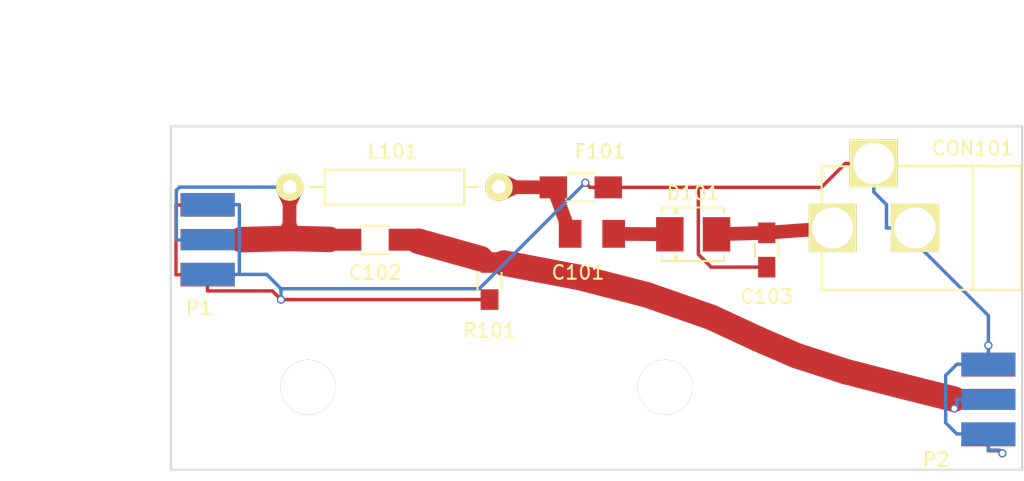
<source format=kicad_pcb>
(kicad_pcb (version 20171130) (host pcbnew "(5.1.12)-1")

  (general
    (thickness 1.6)
    (drawings 7)
    (tracks 114)
    (zones 0)
    (modules 14)
    (nets 7)
  )

  (page A4)
  (layers
    (0 F.Cu signal)
    (31 B.Cu signal)
    (32 B.Adhes user)
    (33 F.Adhes user hide)
    (34 B.Paste user)
    (35 F.Paste user)
    (36 B.SilkS user)
    (37 F.SilkS user)
    (38 B.Mask user)
    (39 F.Mask user)
    (40 Dwgs.User user)
    (41 Cmts.User user)
    (42 Eco1.User user)
    (43 Eco2.User user)
    (44 Edge.Cuts user)
    (45 Margin user)
    (46 B.CrtYd user)
    (47 F.CrtYd user)
    (48 B.Fab user)
    (49 F.Fab user)
  )

  (setup
    (last_trace_width 0.25)
    (trace_clearance 0.2)
    (zone_clearance 1)
    (zone_45_only no)
    (trace_min 0.2)
    (via_size 0.6)
    (via_drill 0.4)
    (via_min_size 0.4)
    (via_min_drill 0.3)
    (uvia_size 0.3)
    (uvia_drill 0.1)
    (uvias_allowed no)
    (uvia_min_size 0.2)
    (uvia_min_drill 0.1)
    (edge_width 0.15)
    (segment_width 0.2)
    (pcb_text_width 0.3)
    (pcb_text_size 1.5 1.5)
    (mod_edge_width 0.15)
    (mod_text_size 1 1)
    (mod_text_width 0.15)
    (pad_size 3.50012 3.50012)
    (pad_drill 2.99974)
    (pad_to_mask_clearance 0.2)
    (aux_axis_origin 0 0)
    (visible_elements 7FFFFFFF)
    (pcbplotparams
      (layerselection 0x010f0_80000001)
      (usegerberextensions false)
      (usegerberattributes true)
      (usegerberadvancedattributes true)
      (creategerberjobfile true)
      (excludeedgelayer true)
      (linewidth 0.100000)
      (plotframeref false)
      (viasonmask false)
      (mode 1)
      (useauxorigin false)
      (hpglpennumber 1)
      (hpglpenspeed 20)
      (hpglpendiameter 15.000000)
      (psnegative false)
      (psa4output false)
      (plotreference true)
      (plotvalue true)
      (plotinvisibletext false)
      (padsonsilk false)
      (subtractmaskfromsilk false)
      (outputformat 1)
      (mirror false)
      (drillshape 0)
      (scaleselection 1)
      (outputdirectory "gerber/"))
  )

  (net 0 "")
  (net 1 GND)
  (net 2 "Net-(C101-Pad2)")
  (net 3 "Net-(C102-Pad1)")
  (net 4 "Net-(C102-Pad2)")
  (net 5 "Net-(C103-Pad2)")
  (net 6 "Net-(D101-Pad1)")

  (net_class Default "This is the default net class."
    (clearance 0.2)
    (trace_width 0.25)
    (via_dia 0.6)
    (via_drill 0.4)
    (uvia_dia 0.3)
    (uvia_drill 0.1)
    (add_net GND)
    (add_net "Net-(C101-Pad2)")
    (add_net "Net-(C102-Pad1)")
    (add_net "Net-(C102-Pad2)")
    (add_net "Net-(C103-Pad2)")
    (add_net "Net-(D101-Pad1)")
  )

  (module sma-j:SMA-J (layer B.Cu) (tedit 57587566) (tstamp 5758755A)
    (at 184.544 124.4)
    (path /57585B69)
    (fp_text reference P2_2 (at -3.8 -6.9) (layer B.SilkS) hide
      (effects (font (size 1 1) (thickness 0.15)) (justify mirror))
    )
    (fp_text value SMA-J (at 0 2.5) (layer B.Fab)
      (effects (font (size 1 1) (thickness 0.15)) (justify mirror))
    )
    (pad 1 smd rect (at 0 -2.5) (size 3.94 1.5) (layers B.Cu B.Paste B.Mask)
      (net 4 "Net-(C102-Pad2)"))
    (pad 2 smd rect (at 0 0) (size 3.94 1.7) (layers B.Cu B.Paste B.Mask)
      (net 1 GND))
    (pad 2 smd rect (at 0 -5.08) (size 3.94 1.7) (layers B.Cu B.Paste B.Mask)
      (net 1 GND))
  )

  (module sma-j:SMA-J (layer B.Cu) (tedit 5758756F) (tstamp 5758750C)
    (at 127.7 112.78)
    (path /57585E87)
    (fp_text reference P1_2 (at -0.6 -7.5) (layer B.SilkS) hide
      (effects (font (size 1 1) (thickness 0.15)) (justify mirror))
    )
    (fp_text value SMA-J (at 0 2.5) (layer B.Fab)
      (effects (font (size 1 1) (thickness 0.15)) (justify mirror))
    )
    (pad 1 smd rect (at 0 -2.5) (size 3.94 1.5) (layers B.Cu B.Paste B.Mask)
      (net 3 "Net-(C102-Pad1)"))
    (pad 2 smd rect (at 0 0) (size 3.94 1.7) (layers B.Cu B.Paste B.Mask)
      (net 1 GND))
    (pad 2 smd rect (at 0 -5.08) (size 3.94 1.7) (layers B.Cu B.Paste B.Mask)
      (net 1 GND))
  )

  (module Mounting_Holes:MountingHole_4mm (layer F.Cu) (tedit 575873C3) (tstamp 57586FEE)
    (at 161 121)
    (descr "Mounting hole, Befestigungsbohrung, 4mm, No Annular, Kein Restring,")
    (tags "Mounting hole, Befestigungsbohrung, 4mm, No Annular, Kein Restring,")
    (fp_text reference H2 (at 0 -5.4991) (layer F.SilkS) hide
      (effects (font (size 1 1) (thickness 0.15)))
    )
    (fp_text value MountingHole_4mm (at 0 5.99948) (layer F.Fab)
      (effects (font (size 1 1) (thickness 0.15)))
    )
    (fp_circle (center 0 0) (end 4 0) (layer Cmts.User) (width 0.381))
    (pad 1 thru_hole circle (at 0 0) (size 4 4) (drill 4) (layers *.Cu *.Mask))
  )

  (module Capacitors_SMD:C_1206_HandSoldering (layer F.Cu) (tedit 541A9C03) (tstamp 57586C0A)
    (at 154.859 106.441 180)
    (descr "Capacitor SMD 1206, hand soldering")
    (tags "capacitor 1206")
    (path /5757E90D)
    (attr smd)
    (fp_text reference C101 (at 0.2 -6.2 180) (layer F.SilkS)
      (effects (font (size 1 1) (thickness 0.15)))
    )
    (fp_text value 1u (at 0 2.3 180) (layer F.Fab)
      (effects (font (size 1 1) (thickness 0.15)))
    )
    (fp_line (start -1 1.025) (end 1 1.025) (layer F.SilkS) (width 0.15))
    (fp_line (start 1 -1.025) (end -1 -1.025) (layer F.SilkS) (width 0.15))
    (fp_line (start 3.3 -1.15) (end 3.3 1.15) (layer F.CrtYd) (width 0.05))
    (fp_line (start -3.3 -1.15) (end -3.3 1.15) (layer F.CrtYd) (width 0.05))
    (fp_line (start -3.3 1.15) (end 3.3 1.15) (layer F.CrtYd) (width 0.05))
    (fp_line (start -3.3 -1.15) (end 3.3 -1.15) (layer F.CrtYd) (width 0.05))
    (pad 1 smd rect (at -2 0 180) (size 2 1.6) (layers F.Cu F.Paste F.Mask)
      (net 1 GND))
    (pad 2 smd rect (at 2 0 180) (size 2 1.6) (layers F.Cu F.Paste F.Mask)
      (net 2 "Net-(C101-Pad2)"))
    (model Capacitors_SMD.3dshapes/C_1206_HandSoldering.wrl
      (at (xyz 0 0 0))
      (scale (xyz 1 1 1))
      (rotate (xyz 0 0 0))
    )
  )

  (module Capacitors_SMD:C_1206_HandSoldering (layer F.Cu) (tedit 541A9C03) (tstamp 57586C10)
    (at 139.871 110.254)
    (descr "Capacitor SMD 1206, hand soldering")
    (tags "capacitor 1206")
    (path /5757E4DC)
    (attr smd)
    (fp_text reference C102 (at 0 2.4) (layer F.SilkS)
      (effects (font (size 1 1) (thickness 0.15)))
    )
    (fp_text value 1u (at 0 2.3) (layer F.Fab)
      (effects (font (size 1 1) (thickness 0.15)))
    )
    (fp_line (start -1 1.025) (end 1 1.025) (layer F.SilkS) (width 0.15))
    (fp_line (start 1 -1.025) (end -1 -1.025) (layer F.SilkS) (width 0.15))
    (fp_line (start 3.3 -1.15) (end 3.3 1.15) (layer F.CrtYd) (width 0.05))
    (fp_line (start -3.3 -1.15) (end -3.3 1.15) (layer F.CrtYd) (width 0.05))
    (fp_line (start -3.3 1.15) (end 3.3 1.15) (layer F.CrtYd) (width 0.05))
    (fp_line (start -3.3 -1.15) (end 3.3 -1.15) (layer F.CrtYd) (width 0.05))
    (pad 1 smd rect (at -2 0) (size 2 1.6) (layers F.Cu F.Paste F.Mask)
      (net 3 "Net-(C102-Pad1)"))
    (pad 2 smd rect (at 2 0) (size 2 1.6) (layers F.Cu F.Paste F.Mask)
      (net 4 "Net-(C102-Pad2)"))
    (model Capacitors_SMD.3dshapes/C_1206_HandSoldering.wrl
      (at (xyz 0 0 0))
      (scale (xyz 1 1 1))
      (rotate (xyz 0 0 0))
    )
  )

  (module Capacitors_SMD:C_0805_HandSoldering (layer F.Cu) (tedit 541A9B8D) (tstamp 57586C16)
    (at 168.4 111 90)
    (descr "Capacitor SMD 0805, hand soldering")
    (tags "capacitor 0805")
    (path /5757F039)
    (attr smd)
    (fp_text reference C103 (at -3.4 0 180) (layer F.SilkS)
      (effects (font (size 1 1) (thickness 0.15)))
    )
    (fp_text value 100n (at 0 2.1 90) (layer F.Fab)
      (effects (font (size 1 1) (thickness 0.15)))
    )
    (fp_line (start -0.5 0.85) (end 0.5 0.85) (layer F.SilkS) (width 0.15))
    (fp_line (start 0.5 -0.85) (end -0.5 -0.85) (layer F.SilkS) (width 0.15))
    (fp_line (start 2.3 -1) (end 2.3 1) (layer F.CrtYd) (width 0.05))
    (fp_line (start -2.3 -1) (end -2.3 1) (layer F.CrtYd) (width 0.05))
    (fp_line (start -2.3 1) (end 2.3 1) (layer F.CrtYd) (width 0.05))
    (fp_line (start -2.3 -1) (end 2.3 -1) (layer F.CrtYd) (width 0.05))
    (pad 1 smd rect (at -1.25 0 90) (size 1.5 1.25) (layers F.Cu F.Paste F.Mask)
      (net 1 GND))
    (pad 2 smd rect (at 1.25 0 90) (size 1.5 1.25) (layers F.Cu F.Paste F.Mask)
      (net 5 "Net-(C103-Pad2)"))
    (model Capacitors_SMD.3dshapes/C_0805_HandSoldering.wrl
      (at (xyz 0 0 0))
      (scale (xyz 1 1 1))
      (rotate (xyz 0 0 0))
    )
  )

  (module Connect:BARREL_JACK (layer F.Cu) (tedit 575879FB) (tstamp 57586C1D)
    (at 179.401 109.4 180)
    (descr "DC Barrel Jack")
    (tags "Power Jack")
    (path /5757F950)
    (fp_text reference CON101 (at -3.99934 5.8) (layer F.SilkS)
      (effects (font (size 1 1) (thickness 0.15)))
    )
    (fp_text value BARREL_JACK (at 0 -5.99948 180) (layer F.Fab)
      (effects (font (size 1 1) (thickness 0.15)))
    )
    (fp_line (start 7.00024 -4.50088) (end -7.50062 -4.50088) (layer F.SilkS) (width 0.15))
    (fp_line (start 7.00024 4.50088) (end 7.00024 -4.50088) (layer F.SilkS) (width 0.15))
    (fp_line (start -7.50062 4.50088) (end 7.00024 4.50088) (layer F.SilkS) (width 0.15))
    (fp_line (start -7.50062 -4.50088) (end -7.50062 4.50088) (layer F.SilkS) (width 0.15))
    (fp_line (start -4.0005 -4.50088) (end -4.0005 4.50088) (layer F.SilkS) (width 0.15))
    (pad 1 thru_hole rect (at 6.20014 0 180) (size 3.50012 3.50012) (drill 2.99974) (layers *.Cu *.Mask F.SilkS)
      (net 5 "Net-(C103-Pad2)"))
    (pad 2 thru_hole rect (at 0.20066 0 180) (size 3.50012 3.50012) (drill 2.99974) (layers *.Cu *.Mask F.SilkS)
      (net 1 GND))
    (pad 3 thru_hole rect (at 3.2004 4.699 180) (size 3.50012 3.50012) (drill 2.99974) (layers *.Cu *.Mask F.SilkS)
      (net 1 GND))
  )

  (module Diodes_SMD:DO-214BA (layer F.Cu) (tedit 54DF7BCF) (tstamp 57586C23)
    (at 163.046 109.859)
    (descr "Microsemi LSM115J")
    (tags "DO-214BA diode")
    (path /5757EEDB)
    (attr smd)
    (fp_text reference D101 (at 0 -3) (layer F.SilkS)
      (effects (font (size 1 1) (thickness 0.15)))
    )
    (fp_text value FM5817 (at 0 3) (layer F.Fab)
      (effects (font (size 1 1) (thickness 0.15)))
    )
    (fp_line (start 2.25 1.95) (end -2.25 1.95) (layer F.SilkS) (width 0.15))
    (fp_line (start -2.25 -1.95) (end 2.25 -1.95) (layer F.SilkS) (width 0.15))
    (fp_line (start -1.2 -1.55) (end -1.2 -1.95) (layer F.SilkS) (width 0.15))
    (fp_line (start -1.35 -1.55) (end -1.2 -1.55) (layer F.SilkS) (width 0.15))
    (fp_line (start -1.35 -1.95) (end -1.35 -1.55) (layer F.SilkS) (width 0.15))
    (fp_line (start -1.2 1.55) (end -1.2 1.95) (layer F.SilkS) (width 0.15))
    (fp_line (start -1.35 1.55) (end -1.2 1.55) (layer F.SilkS) (width 0.15))
    (fp_line (start -1.35 1.95) (end -1.35 1.55) (layer F.SilkS) (width 0.15))
    (fp_line (start 2.25 -1.95) (end 2.25 -1.55) (layer F.SilkS) (width 0.15))
    (fp_line (start 2.25 1.95) (end 2.25 1.55) (layer F.SilkS) (width 0.15))
    (fp_line (start -2.25 1.95) (end -2.25 1.55) (layer F.SilkS) (width 0.15))
    (fp_line (start -2.25 -1.95) (end -2.25 -1.55) (layer F.SilkS) (width 0.15))
    (fp_line (start -3 2.25) (end -3 -2.25) (layer F.CrtYd) (width 0.05))
    (fp_line (start 3 2.25) (end -3 2.25) (layer F.CrtYd) (width 0.05))
    (fp_line (start 3 -2.25) (end 3 2.25) (layer F.CrtYd) (width 0.05))
    (fp_line (start -3 -2.25) (end 3 -2.25) (layer F.CrtYd) (width 0.05))
    (pad 2 smd rect (at 1.7 0) (size 2 2.5) (layers F.Cu F.Paste F.Mask)
      (net 5 "Net-(C103-Pad2)"))
    (pad 1 smd rect (at -1.7 0) (size 2 2.5) (layers F.Cu F.Paste F.Mask)
      (net 6 "Net-(D101-Pad1)"))
  )

  (module Fuse_Holders_and_Fuses:Fuse_SMD1206_Wave (layer F.Cu) (tedit 0) (tstamp 57586C29)
    (at 155.67 109.826)
    (descr "Fuse, Sicherung, SMD1206, Littlefuse-Wickmann 433 Series, Wave,")
    (tags "Fuse, Sicherung, SMD1206,  Littlefuse-Wickmann 433 Series, Wave,")
    (path /5757ECE2)
    (attr smd)
    (fp_text reference F101 (at 0.6 -6) (layer F.SilkS)
      (effects (font (size 1 1) (thickness 0.15)))
    )
    (fp_text value PTS120660V010 (at -0.14986 2.49936) (layer F.Fab)
      (effects (font (size 1 1) (thickness 0.15)))
    )
    (pad 1 smd rect (at -1.58496 0 90) (size 2.02946 1.651) (layers F.Cu F.Paste F.Mask)
      (net 2 "Net-(C101-Pad2)"))
    (pad 2 smd rect (at 1.58496 0 90) (size 2.02946 1.651) (layers F.Cu F.Paste F.Mask)
      (net 6 "Net-(D101-Pad1)"))
  )

  (module Choke_Axial_ThroughHole:Choke_Horizontal_RM15mm (layer F.Cu) (tedit 542A89D5) (tstamp 57586C2F)
    (at 141.166 106.422)
    (descr "Choke, Axial, 15mm")
    (tags "Choke, Axial, 15mm")
    (path /5757E7AA)
    (fp_text reference L101 (at 0 -2.6) (layer F.SilkS)
      (effects (font (size 1 1) (thickness 0.15)))
    )
    (fp_text value 470u (at 0 3.81) (layer F.Fab)
      (effects (font (size 1 1) (thickness 0.15)))
    )
    (fp_line (start -4.96062 1.27) (end -4.96062 -1.27) (layer F.SilkS) (width 0.15))
    (fp_line (start 5.19938 1.27) (end -4.96062 1.27) (layer F.SilkS) (width 0.15))
    (fp_line (start 5.19938 -1.27) (end 5.19938 1.27) (layer F.SilkS) (width 0.15))
    (fp_line (start -4.96062 -1.27) (end 5.19938 -1.27) (layer F.SilkS) (width 0.15))
    (fp_line (start -4.96062 0) (end -5.97662 0) (layer F.SilkS) (width 0.15))
    (fp_line (start 5.19938 0) (end 6.21538 0) (layer F.SilkS) (width 0.15))
    (pad 1 thru_hole circle (at -7.50062 0) (size 1.99898 1.99898) (drill 1.00076) (layers *.Cu *.Mask F.SilkS)
      (net 3 "Net-(C102-Pad1)"))
    (pad 2 thru_hole circle (at 7.73938 0) (size 1.99898 1.99898) (drill 1.00076) (layers *.Cu *.Mask F.SilkS)
      (net 2 "Net-(C101-Pad2)"))
  )

  (module sma-j:SMA-J (layer F.Cu) (tedit 574C9A0F) (tstamp 57586C36)
    (at 127.675 107.727)
    (path /57585E87)
    (fp_text reference P1 (at -0.6 7.5) (layer F.SilkS)
      (effects (font (size 1 1) (thickness 0.15)))
    )
    (fp_text value SMA-J (at 0 -2.5) (layer F.Fab)
      (effects (font (size 1 1) (thickness 0.15)))
    )
    (pad 1 smd rect (at 0 2.5) (size 3.94 1.5) (layers F.Cu F.Paste F.Mask)
      (net 3 "Net-(C102-Pad1)"))
    (pad 2 smd rect (at 0 0) (size 3.94 1.7) (layers F.Cu F.Paste F.Mask)
      (net 1 GND))
    (pad 2 smd rect (at 0 5.08) (size 3.94 1.7) (layers F.Cu F.Paste F.Mask)
      (net 1 GND))
  )

  (module sma-j:SMA-J (layer F.Cu) (tedit 574C9A0F) (tstamp 57586C3D)
    (at 184.544 119.368)
    (path /57585B69)
    (fp_text reference P2 (at -3.8 6.9) (layer F.SilkS)
      (effects (font (size 1 1) (thickness 0.15)))
    )
    (fp_text value SMA-J (at 0 -2.5) (layer F.Fab)
      (effects (font (size 1 1) (thickness 0.15)))
    )
    (pad 1 smd rect (at 0 2.5) (size 3.94 1.5) (layers F.Cu F.Paste F.Mask)
      (net 4 "Net-(C102-Pad2)"))
    (pad 2 smd rect (at 0 0) (size 3.94 1.7) (layers F.Cu F.Paste F.Mask)
      (net 1 GND))
    (pad 2 smd rect (at 0 5.08) (size 3.94 1.7) (layers F.Cu F.Paste F.Mask)
      (net 1 GND))
  )

  (module Resistors_SMD:R_0805_HandSoldering (layer F.Cu) (tedit 54189DEE) (tstamp 57586C43)
    (at 148.216 113.264 270)
    (descr "Resistor SMD 0805, hand soldering")
    (tags "resistor 0805")
    (path /5757E2F5)
    (attr smd)
    (fp_text reference R101 (at 3.6 0) (layer F.SilkS)
      (effects (font (size 1 1) (thickness 0.15)))
    )
    (fp_text value 1k (at 0 2.1 270) (layer F.Fab)
      (effects (font (size 1 1) (thickness 0.15)))
    )
    (fp_line (start -0.6 -0.875) (end 0.6 -0.875) (layer F.SilkS) (width 0.15))
    (fp_line (start 0.6 0.875) (end -0.6 0.875) (layer F.SilkS) (width 0.15))
    (fp_line (start 2.4 -1) (end 2.4 1) (layer F.CrtYd) (width 0.05))
    (fp_line (start -2.4 -1) (end -2.4 1) (layer F.CrtYd) (width 0.05))
    (fp_line (start -2.4 1) (end 2.4 1) (layer F.CrtYd) (width 0.05))
    (fp_line (start -2.4 -1) (end 2.4 -1) (layer F.CrtYd) (width 0.05))
    (pad 1 smd rect (at -1.35 0 270) (size 1.5 1.3) (layers F.Cu F.Paste F.Mask)
      (net 4 "Net-(C102-Pad2)"))
    (pad 2 smd rect (at 1.35 0 270) (size 1.5 1.3) (layers F.Cu F.Paste F.Mask)
      (net 1 GND))
    (model Resistors_SMD.3dshapes/R_0805_HandSoldering.wrl
      (at (xyz 0 0 0))
      (scale (xyz 1 1 1))
      (rotate (xyz 0 0 0))
    )
  )

  (module Mounting_Holes:MountingHole_4mm (layer F.Cu) (tedit 575873C0) (tstamp 57586FC4)
    (at 135 121)
    (descr "Mounting hole, Befestigungsbohrung, 4mm, No Annular, Kein Restring,")
    (tags "Mounting hole, Befestigungsbohrung, 4mm, No Annular, Kein Restring,")
    (fp_text reference H1 (at 0 -5.4991) (layer F.SilkS) hide
      (effects (font (size 1 1) (thickness 0.15)))
    )
    (fp_text value MountingHole_4mm (at 0 5.99948) (layer F.Fab)
      (effects (font (size 1 1) (thickness 0.15)))
    )
    (fp_circle (center 0 0) (end 4 0) (layer Cmts.User) (width 0.381))
    (pad 1 thru_hole circle (at 0 0) (size 4 4) (drill 4) (layers *.Cu *.Mask))
  )

  (dimension 62 (width 0.3) (layer Dwgs.User)
    (gr_text "62,000 mm" (at 156 94.65) (layer Dwgs.User)
      (effects (font (size 1.5 1.5) (thickness 0.3)))
    )
    (feature1 (pts (xy 187 102) (xy 187 93.3)))
    (feature2 (pts (xy 125 102) (xy 125 93.3)))
    (crossbar (pts (xy 125 96) (xy 187 96)))
    (arrow1a (pts (xy 187 96) (xy 185.873496 96.586421)))
    (arrow1b (pts (xy 187 96) (xy 185.873496 95.413579)))
    (arrow2a (pts (xy 125 96) (xy 126.126504 96.586421)))
    (arrow2b (pts (xy 125 96) (xy 126.126504 95.413579)))
  )
  (dimension 25 (width 0.3) (layer Dwgs.User)
    (gr_text "25,000 mm" (at 118.850001 114.5 270) (layer Dwgs.User)
      (effects (font (size 1.5 1.5) (thickness 0.3)))
    )
    (feature1 (pts (xy 125 127) (xy 117.500001 127)))
    (feature2 (pts (xy 125 102) (xy 117.500001 102)))
    (crossbar (pts (xy 120.200001 102) (xy 120.200001 127)))
    (arrow1a (pts (xy 120.200001 127) (xy 119.61358 125.873496)))
    (arrow1b (pts (xy 120.200001 127) (xy 120.786422 125.873496)))
    (arrow2a (pts (xy 120.200001 102) (xy 119.61358 103.126504)))
    (arrow2b (pts (xy 120.200001 102) (xy 120.786422 103.126504)))
  )
  (gr_line (start 187 127) (end 125 127) (layer Edge.Cuts) (width 0.15))
  (gr_line (start 187 126) (end 187 127) (layer Edge.Cuts) (width 0.15))
  (gr_line (start 187 102) (end 187 126) (layer Edge.Cuts) (width 0.15))
  (gr_line (start 125 102) (end 187 102) (layer Edge.Cuts) (width 0.15))
  (gr_line (start 125 127) (end 125 102) (layer Edge.Cuts) (width 0.15))

  (segment (start 184.544 119.32) (end 182.2489 119.32) (width 0.25) (layer B.Cu) (net 1))
  (segment (start 182.2489 119.32) (end 181.4335 120.1354) (width 0.25) (layer B.Cu) (net 1))
  (segment (start 181.4335 120.1354) (end 181.4335 123.5846) (width 0.25) (layer B.Cu) (net 1))
  (segment (start 181.4335 123.5846) (end 182.2489 124.4) (width 0.25) (layer B.Cu) (net 1))
  (segment (start 184.544 117.9507) (end 184.544 119.32) (width 0.25) (layer B.Cu) (net 1))
  (segment (start 184.544 124.4) (end 182.2489 124.4) (width 0.25) (layer B.Cu) (net 1))
  (segment (start 133.0281 113.8258) (end 147.4637 113.8258) (width 0.25) (layer B.Cu) (net 1))
  (segment (start 147.4637 113.8258) (end 155.1895 106.1) (width 0.25) (layer B.Cu) (net 1))
  (segment (start 129.9951 112.78) (end 131.9823 112.78) (width 0.25) (layer B.Cu) (net 1))
  (segment (start 131.9823 112.78) (end 133.0281 113.8258) (width 0.25) (layer B.Cu) (net 1))
  (segment (start 133.0281 113.8258) (end 133.0281 114.614) (width 0.25) (layer B.Cu) (net 1))
  (segment (start 156.859 106.441) (end 155.5339 106.441) (width 0.25) (layer F.Cu) (net 1))
  (segment (start 155.1895 106.1) (end 155.1929 106.1) (width 0.25) (layer F.Cu) (net 1))
  (segment (start 155.1929 106.1) (end 155.5339 106.441) (width 0.25) (layer F.Cu) (net 1))
  (segment (start 129.9951 107.7) (end 129.9951 112.78) (width 0.25) (layer B.Cu) (net 1))
  (segment (start 127.7 107.7) (end 129.9951 107.7) (width 0.25) (layer B.Cu) (net 1))
  (segment (start 127.675 112.807) (end 125.3799 112.807) (width 0.25) (layer F.Cu) (net 1))
  (segment (start 127.675 107.727) (end 125.3799 107.727) (width 0.25) (layer F.Cu) (net 1))
  (segment (start 125.3799 107.727) (end 125.3799 112.807) (width 0.25) (layer F.Cu) (net 1))
  (segment (start 127.675 112.807) (end 127.675 113.9821) (width 0.25) (layer F.Cu) (net 1))
  (segment (start 127.675 113.9821) (end 132.3962 113.9821) (width 0.25) (layer F.Cu) (net 1))
  (segment (start 132.3962 113.9821) (end 133.0281 114.614) (width 0.25) (layer F.Cu) (net 1))
  (segment (start 184.544 118.1929) (end 184.544 117.9507) (width 0.25) (layer F.Cu) (net 1))
  (segment (start 178.1627 109.4) (end 184.544 115.7813) (width 0.25) (layer B.Cu) (net 1))
  (segment (start 184.544 115.7813) (end 184.544 117.9507) (width 0.25) (layer B.Cu) (net 1))
  (segment (start 184.544 119.368) (end 184.544 118.1929) (width 0.25) (layer F.Cu) (net 1))
  (segment (start 184.544 124.4) (end 184.544 125.5751) (width 0.25) (layer B.Cu) (net 1))
  (segment (start 184.544 124.448) (end 184.544 125.6231) (width 0.25) (layer F.Cu) (net 1))
  (segment (start 184.544 125.6231) (end 185.3816 125.6231) (width 0.25) (layer F.Cu) (net 1))
  (segment (start 185.3816 125.6231) (end 185.565 125.8065) (width 0.25) (layer F.Cu) (net 1))
  (segment (start 184.544 125.5751) (end 185.3336 125.5751) (width 0.25) (layer B.Cu) (net 1))
  (segment (start 185.3336 125.5751) (end 185.565 125.8065) (width 0.25) (layer B.Cu) (net 1))
  (segment (start 163.4208 106.441) (end 172.3854 106.441) (width 0.25) (layer F.Cu) (net 1))
  (segment (start 172.3854 106.441) (end 174.1254 104.701) (width 0.25) (layer F.Cu) (net 1))
  (segment (start 156.859 106.441) (end 163.4208 106.441) (width 0.25) (layer F.Cu) (net 1))
  (segment (start 168.4 112.25) (end 164.356 112.25) (width 0.25) (layer F.Cu) (net 1))
  (segment (start 164.356 112.25) (end 163.4208 111.3148) (width 0.25) (layer F.Cu) (net 1))
  (segment (start 163.4208 111.3148) (end 163.4208 106.441) (width 0.25) (layer F.Cu) (net 1))
  (segment (start 176.2006 104.701) (end 174.1254 104.701) (width 0.25) (layer F.Cu) (net 1))
  (segment (start 178.1627 109.4) (end 177.1251 109.4) (width 0.25) (layer B.Cu) (net 1))
  (segment (start 179.2003 109.4) (end 178.1627 109.4) (width 0.25) (layer B.Cu) (net 1))
  (segment (start 176.2006 104.701) (end 176.2006 106.7762) (width 0.25) (layer B.Cu) (net 1))
  (segment (start 176.2006 106.7762) (end 177.1251 107.7007) (width 0.25) (layer B.Cu) (net 1))
  (segment (start 177.1251 107.7007) (end 177.1251 109.4) (width 0.25) (layer B.Cu) (net 1))
  (segment (start 148.216 114.614) (end 133.0281 114.614) (width 0.25) (layer F.Cu) (net 1))
  (segment (start 127.7 112.78) (end 129.9951 112.78) (width 0.25) (layer B.Cu) (net 1))
  (via (at 155.1895 106.1) (size 0.6) (layers F.Cu B.Cu) (net 1))
  (via (at 184.544 117.9507) (size 0.6) (layers F.Cu B.Cu) (net 1))
  (via (at 185.565 125.8065) (size 0.6) (layers F.Cu B.Cu) (net 1))
  (via (at 133.0281 114.614) (size 0.6) (layers F.Cu B.Cu) (net 1))
  (segment (start 148.9054 106.422) (end 150.1023 106.4278) (width 1) (layer F.Cu) (net 2))
  (segment (start 148.905 106.422) (end 148.9054 106.422) (width 1) (layer F.Cu) (net 2))
  (segment (start 150.1023 106.4278) (end 150.104 106.427) (width 1) (layer F.Cu) (net 2))
  (segment (start 150.104 106.427) (end 149.116 105.968) (width 1) (layer F.Cu) (net 2))
  (segment (start 149.111 106.877) (end 150.1023 106.4278) (width 1) (layer F.Cu) (net 2))
  (segment (start 150.1023 106.4278) (end 152.859 106.441) (width 1) (layer F.Cu) (net 2))
  (segment (start 152.859 106.441) (end 154.085 109.826) (width 1) (layer F.Cu) (net 2))
  (segment (start 129.127 110.241) (end 129.976 110.64) (width 1) (layer F.Cu) (net 3))
  (segment (start 129.984 109.859) (end 129.127 110.241) (width 1) (layer F.Cu) (net 3))
  (segment (start 128.917 110.239) (end 129.125 110.239) (width 0.25) (layer F.Cu) (net 3))
  (segment (start 129.125 110.239) (end 129.127 110.241) (width 0.25) (layer F.Cu) (net 3))
  (segment (start 128.917 110.239) (end 130.159 110.251) (width 1) (layer F.Cu) (net 3))
  (segment (start 127.675 110.227) (end 128.917 110.239) (width 1) (layer F.Cu) (net 3))
  (segment (start 127.7 110.28) (end 125.4049 110.28) (width 0.25) (layer B.Cu) (net 3))
  (segment (start 125.4049 110.28) (end 125.4049 106.66) (width 0.25) (layer B.Cu) (net 3))
  (segment (start 125.4049 106.66) (end 125.6429 106.422) (width 0.25) (layer B.Cu) (net 3))
  (segment (start 125.6429 106.422) (end 133.6654 106.422) (width 0.25) (layer B.Cu) (net 3))
  (segment (start 133.6654 106.422) (end 133.665 106.422) (width 0.25) (layer F.Cu) (net 3))
  (segment (start 137.1505 110.437) (end 137.688 110.437) (width 0.25) (layer F.Cu) (net 3))
  (segment (start 137.688 110.437) (end 137.871 110.254) (width 0.25) (layer F.Cu) (net 3))
  (segment (start 137.1505 110.437) (end 137.58 110.249) (width 1) (layer F.Cu) (net 3))
  (segment (start 137.58 110.249) (end 136.735 109.843) (width 1) (layer F.Cu) (net 3))
  (segment (start 136.721 110.625) (end 137.1505 110.437) (width 1) (layer F.Cu) (net 3))
  (segment (start 133.665 106.422) (end 133.6541 107.6198) (width 1) (layer F.Cu) (net 3))
  (segment (start 133.6404 109.1279) (end 133.64 109.127) (width 1) (layer F.Cu) (net 3))
  (segment (start 133.64 109.127) (end 133.241 109.976) (width 1) (layer F.Cu) (net 3))
  (segment (start 134.023 109.984) (end 133.6404 109.1279) (width 1) (layer F.Cu) (net 3))
  (segment (start 133.6404 109.1279) (end 133.631 110.159) (width 1) (layer F.Cu) (net 3))
  (segment (start 133.6541 107.6198) (end 133.6404 109.1279) (width 1) (layer F.Cu) (net 3))
  (segment (start 133.6541 107.6198) (end 134.117 106.634) (width 1) (layer F.Cu) (net 3))
  (segment (start 133.209 106.626) (end 133.654 107.62) (width 1) (layer F.Cu) (net 3))
  (segment (start 133.654 107.62) (end 133.6541 107.6198) (width 1) (layer F.Cu) (net 3))
  (segment (start 136.549 110.231) (end 137.871 110.254) (width 1) (layer F.Cu) (net 3))
  (segment (start 130.159 110.251) (end 133.631 110.159) (width 1.86) (layer F.Cu) (net 3))
  (segment (start 133.631 110.159) (end 136.549 110.231) (width 1.86) (layer F.Cu) (net 3))
  (segment (start 184.544 121.9) (end 182.2489 121.9) (width 0.25) (layer B.Cu) (net 4))
  (segment (start 183.294 121.8645) (end 182.7498 121.8645) (width 0.25) (layer F.Cu) (net 4))
  (segment (start 182.7498 121.8645) (end 182.0653 122.549) (width 0.25) (layer F.Cu) (net 4))
  (segment (start 182.0653 122.549) (end 182.2489 122.3654) (width 0.25) (layer B.Cu) (net 4))
  (segment (start 182.2489 122.3654) (end 182.2489 121.9) (width 0.25) (layer B.Cu) (net 4))
  (segment (start 183.294 121.8645) (end 182.044 121.861) (width 1.3) (layer F.Cu) (net 4))
  (segment (start 184.544 121.868) (end 183.294 121.8645) (width 1.3) (layer F.Cu) (net 4))
  (segment (start 142.457 110.114) (end 142.011 110.114) (width 0.25) (layer F.Cu) (net 4))
  (segment (start 142.011 110.114) (end 141.871 110.254) (width 0.25) (layer F.Cu) (net 4))
  (segment (start 142.457 110.114) (end 142.014 110.268) (width 1) (layer F.Cu) (net 4))
  (segment (start 142.014 110.268) (end 142.825 110.739) (width 1) (layer F.Cu) (net 4))
  (segment (start 142.9 109.96) (end 142.457 110.114) (width 1) (layer F.Cu) (net 4))
  (segment (start 141.871 110.254) (end 143.041 110.367) (width 1) (layer F.Cu) (net 4))
  (segment (start 147.57 111.635) (end 148.216 111.914) (width 1.3) (layer F.Cu) (net 4))
  (segment (start 143.041 110.367) (end 147.57 111.635) (width 1.86) (layer F.Cu) (net 4))
  (segment (start 149.248 111.952) (end 148.216 111.914) (width 1.3) (layer F.Cu) (net 4))
  (segment (start 182.044 121.861) (end 178.208 120.902) (width 1.86) (layer F.Cu) (net 4))
  (segment (start 178.208 120.902) (end 174.15 119.855) (width 1.86) (layer F.Cu) (net 4))
  (segment (start 174.15 119.855) (end 170.562 118.69) (width 1.86) (layer F.Cu) (net 4))
  (segment (start 170.562 118.69) (end 167.775 117.488) (width 1.86) (layer F.Cu) (net 4))
  (segment (start 167.775 117.488) (end 164.361 115.903) (width 1.86) (layer F.Cu) (net 4))
  (segment (start 164.361 115.903) (end 159.669 114.266) (width 1.86) (layer F.Cu) (net 4))
  (segment (start 159.669 114.266) (end 154.759 113.001) (width 1.86) (layer F.Cu) (net 4))
  (segment (start 154.759 113.001) (end 149.248 111.952) (width 1.86) (layer F.Cu) (net 4))
  (via (at 182.0653 122.549) (size 0.6) (layers F.Cu B.Cu) (net 4))
  (segment (start 173.2009 109.4) (end 173.201 109.4) (width 1) (layer F.Cu) (net 5))
  (segment (start 168.4 109.75) (end 173.2009 109.4) (width 1) (layer F.Cu) (net 5))
  (segment (start 164.746 109.859) (end 168.4 109.75) (width 1) (layer F.Cu) (net 5))
  (segment (start 157.255 109.826) (end 161.346 109.859) (width 1) (layer F.Cu) (net 6))

)

</source>
